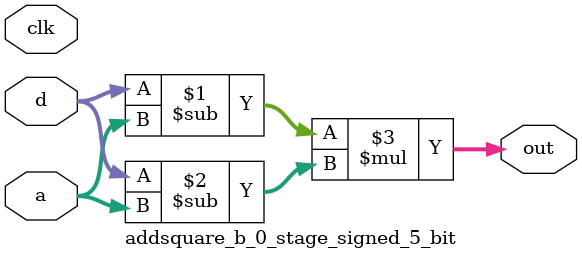
<source format=sv>
(* use_dsp = "yes" *) module addsquare_b_0_stage_signed_5_bit(
	input signed [4:0] a,
	input signed [4:0] d,
	output [4:0] out,
	input clk);

	assign out = (d - a) * (d - a);
endmodule

</source>
